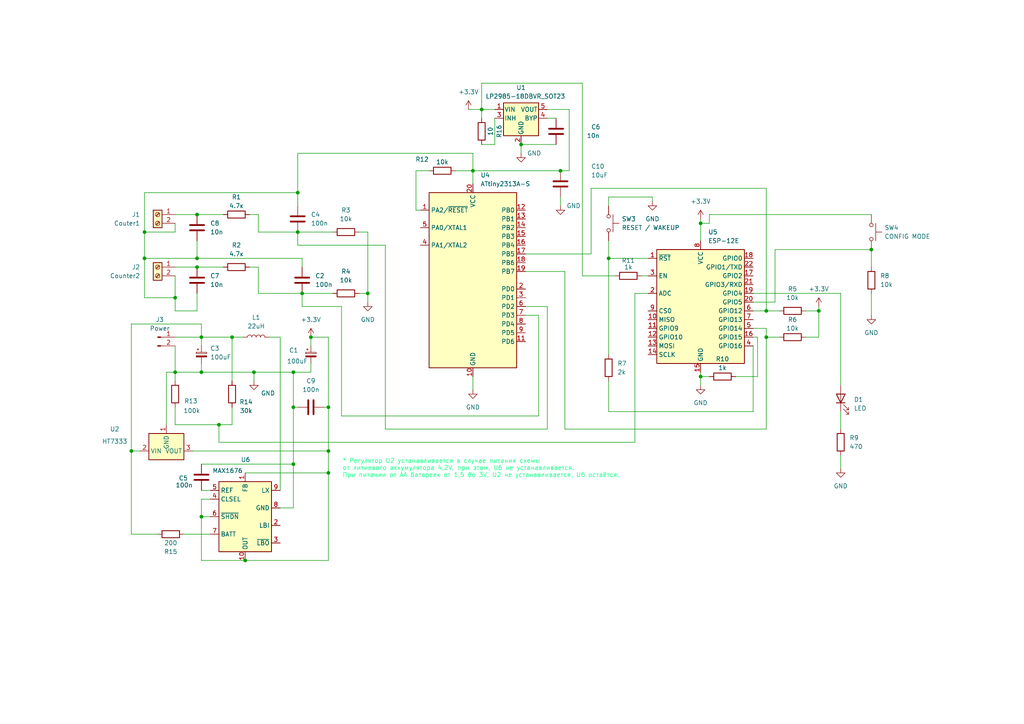
<source format=kicad_sch>
(kicad_sch (version 20231120) (generator "eeschema") (generator_version "8.0")
  (paper "A4")
  (title_block (title "Система учета расхода воды | Вторичная") (company "CYBEREX TECH"))
  (lib_symbols
    (symbol "Connector:Conn_01x02_Pin" (pin_names (offset 1.016) hide)
      (property "Reference" "J" (at 0 2.54 0))
      (property "Value" "Conn_01x02_Pin" (at 0 -5.08 0))
      (symbol "Conn_01x02_Pin_1_1"
        (polyline (pts (xy 1.27 -2.54) (xy 0.8636 -2.54)) (stroke (width 0.1524)))
        (polyline (pts (xy 1.27 0) (xy 0.8636 0)) (stroke (width 0.1524)))
        (rectangle (start 0.8636 -2.413) (end 0 -2.667) (stroke (width 0.1524)) (fill (type outline)))
        (rectangle (start 0.8636 0.127) (end 0 -0.127) (stroke (width 0.1524)) (fill (type outline)))
        (pin passive line (at 5.08 0 180) (length 3.81) (name "Pin_1") (number "1"))
        (pin passive line (at 5.08 -2.54 180) (length 3.81) (name "Pin_2") (number "2"))
      )
    )
    (symbol "Connector:Screw_Terminal_01x02" (pin_names (offset 1.016) hide)
      (property "Reference" "J" (at 0 2.54 0))
      (property "Value" "Screw_Terminal_01x02" (at 0 -5.08 0))
      (symbol "Screw_Terminal_01x02_1_1"
        (rectangle (start -1.27 1.27) (end 1.27 -3.81) (stroke (width 0.254)) (fill (type background)))
        (circle (center 0 -2.54) (radius 0.635) (stroke (width 0.1524)))
        (polyline (pts (xy -0.5334 -2.2098) (xy 0.3302 -3.048)) (stroke (width 0.1524)))
        (polyline (pts (xy -0.5334 0.3302) (xy 0.3302 -0.508)) (stroke (width 0.1524)))
        (polyline (pts (xy -0.3556 -2.032) (xy 0.508 -2.8702)) (stroke (width 0.1524)))
        (polyline (pts (xy -0.3556 0.508) (xy 0.508 -0.3302)) (stroke (width 0.1524)))
        (circle (center 0 0) (radius 0.635) (stroke (width 0.1524)))
        (pin passive line (at -5.08 0 0) (length 3.81) (name "Pin_1") (number "1"))
        (pin passive line (at -5.08 -2.54 0) (length 3.81) (name "Pin_2") (number "2"))
      )
    )
    (symbol "Device:C" (pin_numbers hide) (pin_names (offset 0.254))
      (property "Reference" "C" (at 0.635 2.54 0))
      (property "Value" "C" (at 0.635 -2.54 0))
      (symbol "C_0_1"
        (polyline (pts (xy -2.032 -0.762) (xy 2.032 -0.762)) (stroke (width 0.508)))
        (polyline (pts (xy -2.032 0.762) (xy 2.032 0.762)) (stroke (width 0.508)))
      )
      (symbol "C_1_1"
        (pin passive line (at 0 3.81 270) (length 2.794) (name "~") (number "1"))
        (pin passive line (at 0 -3.81 90) (length 2.794) (name "~") (number "2"))
      )
    )
    (symbol "Device:C_Polarized_Small" (pin_numbers hide) (pin_names (offset 0.254) hide)
      (property "Reference" "C" (at 0.254 1.778 0))
      (property "Value" "C_Polarized_Small" (at 0.254 -2.032 0))
      (symbol "C_Polarized_Small_0_1"
        (rectangle (start -1.524 -0.3048) (end 1.524 -0.6858) (fill (type outline)))
        (rectangle (start -1.524 0.6858) (end 1.524 0.3048))
        (polyline (pts (xy -1.27 1.524) (xy -0.762 1.524)))
        (polyline (pts (xy -1.016 1.27) (xy -1.016 1.778)))
      )
      (symbol "C_Polarized_Small_1_1"
        (pin passive line (at 0 2.54 270) (length 1.8542) (name "~") (number "1"))
        (pin passive line (at 0 -2.54 90) (length 1.8542) (name "~") (number "2"))
      )
    )
    (symbol "Device:L" (pin_numbers hide) (pin_names (offset 1.016) hide)
      (property "Reference" "L" (at -1.27 0 90))
      (property "Value" "L" (at 1.905 0 90))
      (symbol "L_0_1"
        (arc (start 0 -2.54) (mid 0.6323 -1.905) (end 0 -1.27))
        (arc (start 0 -1.27) (mid 0.6323 -0.635) (end 0 0))
        (arc (start 0 0) (mid 0.6323 0.635) (end 0 1.27))
        (arc (start 0 1.27) (mid 0.6323 1.905) (end 0 2.54))
      )
      (symbol "L_1_1"
        (pin passive line (at 0 3.81 270) (length 1.27) (name "1") (number "1"))
        (pin passive line (at 0 -3.81 90) (length 1.27) (name "2") (number "2"))
      )
    )
    (symbol "Device:LED" (pin_numbers hide) (pin_names (offset 1.016) hide)
      (property "Reference" "D" (at 0 2.54 0))
      (property "Value" "LED" (at 0 -2.54 0))
      (symbol "LED_0_1"
        (polyline (pts (xy -1.27 -1.27) (xy -1.27 1.27)) (stroke (width 0.254)))
        (polyline (pts (xy -1.27 0) (xy 1.27 0)))
        (polyline (pts (xy 1.27 -1.27) (xy 1.27 1.27) (xy -1.27 0) (xy 1.27 -1.27)) (stroke (width 0.254)))
        (polyline (pts (xy -3.048 -0.762) (xy -4.572 -2.286) (xy -3.81 -2.286) (xy -4.572 -2.286) (xy -4.572 -1.524)))
        (polyline (pts (xy -1.778 -0.762) (xy -3.302 -2.286) (xy -2.54 -2.286) (xy -3.302 -2.286) (xy -3.302 -1.524)))
      )
      (symbol "LED_1_1"
        (pin passive line (at -3.81 0 0) (length 2.54) (name "K") (number "1"))
        (pin passive line (at 3.81 0 180) (length 2.54) (name "A") (number "2"))
      )
    )
    (symbol "Device:R" (pin_numbers hide) (pin_names (offset 0))
      (property "Reference" "R" (at 2.032 0 90))
      (property "Value" "R" (at 0 0 90))
      (symbol "R_0_1"
        (rectangle (start -1.016 -2.54) (end 1.016 2.54) (stroke (width 0.254)))
      )
      (symbol "R_1_1"
        (pin passive line (at 0 3.81 270) (length 1.27) (name "~") (number "1"))
        (pin passive line (at 0 -3.81 90) (length 1.27) (name "~") (number "2"))
      )
    )
    (symbol "Interface_CurrentLoop:XTR111AxDGQ"
      (property "Reference" "U6" (at 2.1941 15.24 0))
      (property "Value" "MAX1676" (at 2.1941 12.7 0))
      (symbol "XTR111AxDGQ_0_1"
        (rectangle (start -7.62 10.16) (end 7.62 -10.16) (stroke (width 0.254)) (fill (type background)))
      )
      (symbol "XTR111AxDGQ_1_1"
        (pin power_in line (at 0 12.7 270) (length 2.54) (name "FB") (number "1"))
        (pin output line (at 0 -12.7 90) (length 2.54) (name "OUT") (number "10"))
        (pin passive line (at 0 -12.7 90) (length 2.54) hide (name "GND") (number "11"))
        (pin output line (at 10.16 -2.54 180) (length 2.54) (name "LBI") (number "2"))
        (pin output line (at 10.16 -7.62 180) (length 2.54) (name "~{LBO}") (number "3"))
        (pin input line (at -10.16 5.08 0) (length 2.54) (name "CLSEL") (number "4"))
        (pin output line (at -10.16 7.62 0) (length 2.54) (name "REF") (number "5"))
        (pin input line (at -10.16 0 0) (length 2.54) (name "~{SHDN}") (number "6"))
        (pin input line (at -10.16 -5.08 0) (length 2.54) (name "BATT") (number "7"))
        (pin power_in line (at 10.16 2.54 180) (length 2.54) (name "GND") (number "8"))
        (pin output line (at 10.16 7.62 180) (length 2.54) (name "LX") (number "9"))
      )
    )
    (symbol "MCU_Microchip_ATtiny:ATtiny2313A-S"
      (property "Reference" "U" (at -12.7 26.67 0))
      (property "Value" "ATtiny2313A-S" (at 2.54 -26.67 0))
      (symbol "ATtiny2313A-S_0_1"
        (rectangle (start -12.7 -25.4) (end 12.7 25.4) (stroke (width 0.254)) (fill (type background)))
      )
      (symbol "ATtiny2313A-S_1_1"
        (pin bidirectional line (at -15.24 20.32 0) (length 2.54) (name "PA2/~{RESET}") (number "1"))
        (pin power_in line (at 0 -27.94 90) (length 2.54) (name "GND") (number "10"))
        (pin bidirectional line (at 15.24 -17.78 180) (length 2.54) (name "PD6") (number "11"))
        (pin bidirectional line (at 15.24 20.32 180) (length 2.54) (name "PB0") (number "12"))
        (pin bidirectional line (at 15.24 17.78 180) (length 2.54) (name "PB1") (number "13"))
        (pin bidirectional line (at 15.24 15.24 180) (length 2.54) (name "PB2") (number "14"))
        (pin bidirectional line (at 15.24 12.7 180) (length 2.54) (name "PB3") (number "15"))
        (pin bidirectional line (at 15.24 10.16 180) (length 2.54) (name "PB4") (number "16"))
        (pin bidirectional line (at 15.24 7.62 180) (length 2.54) (name "PB5") (number "17"))
        (pin bidirectional line (at 15.24 5.08 180) (length 2.54) (name "PB6") (number "18"))
        (pin bidirectional line (at 15.24 2.54 180) (length 2.54) (name "PB7") (number "19"))
        (pin bidirectional line (at 15.24 -2.54 180) (length 2.54) (name "PD0") (number "2"))
        (pin power_in line (at 0 27.94 270) (length 2.54) (name "VCC") (number "20"))
        (pin bidirectional line (at 15.24 -5.08 180) (length 2.54) (name "PD1") (number "3"))
        (pin bidirectional line (at -15.24 10.16 0) (length 2.54) (name "PA1/XTAL2") (number "4"))
        (pin bidirectional line (at -15.24 15.24 0) (length 2.54) (name "PA0/XTAL1") (number "5"))
        (pin bidirectional line (at 15.24 -7.62 180) (length 2.54) (name "PD2") (number "6"))
        (pin bidirectional line (at 15.24 -10.16 180) (length 2.54) (name "PD3") (number "7"))
        (pin bidirectional line (at 15.24 -12.7 180) (length 2.54) (name "PD4") (number "8"))
        (pin bidirectional line (at 15.24 -15.24 180) (length 2.54) (name "PD5") (number "9"))
      )
    )
    (symbol "RF_Module:ESP-12E"
      (property "Reference" "U" (at -12.7 19.05 0))
      (property "Value" "ESP-12E" (at 12.7 19.05 0))
      (symbol "ESP-12E_0_1"
        (rectangle (start -12.7 17.78) (end 12.7 -15.24) (stroke (width 0.254)) (fill (type background)))
      )
      (symbol "ESP-12E_1_1"
        (pin input line (at -15.24 15.24 0) (length 2.54) (name "~{RST}") (number "1"))
        (pin bidirectional line (at -15.24 -2.54 0) (length 2.54) (name "MISO") (number "10"))
        (pin bidirectional line (at -15.24 -5.08 0) (length 2.54) (name "GPIO9") (number "11"))
        (pin bidirectional line (at -15.24 -7.62 0) (length 2.54) (name "GPIO10") (number "12"))
        (pin bidirectional line (at -15.24 -10.16 0) (length 2.54) (name "MOSI") (number "13"))
        (pin bidirectional line (at -15.24 -12.7 0) (length 2.54) (name "SCLK") (number "14"))
        (pin power_in line (at 0 -17.78 90) (length 2.54) (name "GND") (number "15"))
        (pin bidirectional line (at 15.24 -7.62 180) (length 2.54) (name "GPIO15") (number "16"))
        (pin bidirectional line (at 15.24 10.16 180) (length 2.54) (name "GPIO2") (number "17"))
        (pin bidirectional line (at 15.24 15.24 180) (length 2.54) (name "GPIO0") (number "18"))
        (pin bidirectional line (at 15.24 5.08 180) (length 2.54) (name "GPIO4") (number "19"))
        (pin input line (at -15.24 5.08 0) (length 2.54) (name "ADC") (number "2"))
        (pin bidirectional line (at 15.24 2.54 180) (length 2.54) (name "GPIO5") (number "20"))
        (pin bidirectional line (at 15.24 7.62 180) (length 2.54) (name "GPIO3/RXD") (number "21"))
        (pin bidirectional line (at 15.24 12.7 180) (length 2.54) (name "GPIO1/TXD") (number "22"))
        (pin input line (at -15.24 10.16 0) (length 2.54) (name "EN") (number "3"))
        (pin bidirectional line (at 15.24 -10.16 180) (length 2.54) (name "GPIO16") (number "4"))
        (pin bidirectional line (at 15.24 -5.08 180) (length 2.54) (name "GPIO14") (number "5"))
        (pin bidirectional line (at 15.24 0 180) (length 2.54) (name "GPIO12") (number "6"))
        (pin bidirectional line (at 15.24 -2.54 180) (length 2.54) (name "GPIO13") (number "7"))
        (pin power_in line (at 0 20.32 270) (length 2.54) (name "VCC") (number "8"))
        (pin input line (at -15.24 0 0) (length 2.54) (name "CS0") (number "9"))
      )
    )
    (symbol "Regulator_Linear:HT75xx-1-SOT89"
      (property "Reference" "U" (at -5.08 -3.81 0))
      (property "Value" "HT75xx-1-SOT89" (at 0 6.35 0))
      (symbol "HT75xx-1-SOT89_0_1"
        (rectangle (start -5.08 5.08) (end 5.08 -2.54) (stroke (width 0.254)) (fill (type background)))
      )
      (symbol "HT75xx-1-SOT89_1_1"
        (pin power_in line (at 0 -5.08 90) (length 2.54) (name "GND") (number "1"))
        (pin power_in line (at -7.62 2.54 0) (length 2.54) (name "VIN") (number "2"))
        (pin power_out line (at 7.62 2.54 180) (length 2.54) (name "VOUT") (number "3"))
      )
    )
    (symbol "Regulator_Linear:LD3985M18R_SOT23" (pin_names (offset 0.254))
      (property "Reference" "U" (at -3.81 5.715 0))
      (property "Value" "LD3985M18R_SOT23" (at 0 5.715 0))
      (symbol "LD3985M18R_SOT23_0_1"
        (rectangle (start -5.08 4.445) (end 5.08 -5.08) (stroke (width 0.254)) (fill (type background)))
      )
      (symbol "LD3985M18R_SOT23_1_1"
        (pin power_in line (at -7.62 2.54 0) (length 2.54) (name "VIN") (number "1"))
        (pin power_in line (at 0 -7.62 90) (length 2.54) (name "GND") (number "2"))
        (pin input line (at -7.62 0 0) (length 2.54) (name "INH") (number "3"))
        (pin input line (at 7.62 0 180) (length 2.54) (name "BYP") (number "4"))
        (pin power_out line (at 7.62 2.54 180) (length 2.54) (name "VOUT") (number "5"))
      )
    )
    (symbol "Switch:SW_Push" (pin_numbers hide) (pin_names (offset 1.016) hide)
      (property "Reference" "SW" (at 1.27 2.54 0))
      (property "Value" "SW_Push" (at 0 -1.524 0))
      (symbol "SW_Push_0_1"
        (circle (center -2.032 0) (radius 0.508))
        (polyline (pts (xy 0 1.27) (xy 0 3.048)))
        (polyline (pts (xy 2.54 1.27) (xy -2.54 1.27)))
        (circle (center 2.032 0) (radius 0.508))
        (pin passive line (at -5.08 0 0) (length 2.54) (name "1") (number "1"))
        (pin passive line (at 5.08 0 180) (length 2.54) (name "2") (number "2"))
      )
    )
    (symbol "power:+3.3V" (power) (pin_names (offset 0))
      (property "Value" "+3.3V" (at 0 3.556 0))
      (symbol "+3.3V_0_1"
        (polyline (pts (xy -0.762 1.27) (xy 0 2.54)))
        (polyline (pts (xy 0 0) (xy 0 2.54)))
        (polyline (pts (xy 0 2.54) (xy 0.762 1.27)))
      )
      (symbol "+3.3V_1_1"
        (pin power_in line (at 0 0 90) (length 0) hide (name "+3.3V") (number "1"))
      )
    )
    (symbol "power:GND" (power) (pin_names (offset 0))
      (property "Value" "GND" (at 0 -3.81 0))
      (symbol "GND_0_1"
        (polyline (pts (xy 0 0) (xy 0 -1.27) (xy 1.27 -1.27) (xy 0 -2.54) (xy -1.27 -1.27) (xy 0 -1.27)))
      )
      (symbol "GND_1_1"
        (pin power_in line (at 0 0 270) (length 0) hide (name "GND") (number "1"))
      )
    )
  )
  (junction (at 86.36 67.31))
  (junction (at 85.09 134.62))
  (junction (at 203.2 109.22))
  (junction (at 63.5 123.19))
  (junction (at 57.15 74.93))
  (junction (at 95.25 118.11))
  (junction (at 67.31 97.79))
  (junction (at 90.17 97.79))
  (junction (at 137.16 49.53))
  (junction (at 176.53 74.93))
  (junction (at 57.15 77.47))
  (junction (at 106.68 85.09))
  (junction (at 87.63 85.09))
  (junction (at 41.91 74.93))
  (junction (at 222.25 97.79))
  (junction (at 237.49 90.17))
  (junction (at 222.25 90.17))
  (junction (at 71.12 162.56))
  (junction (at 95.25 137.16))
  (junction (at 162.56 49.53))
  (junction (at 38.1 130.81))
  (junction (at 252.73 72.39))
  (junction (at 86.36 55.88))
  (junction (at 151.13 41.91))
  (junction (at 50.8 86.36))
  (junction (at 95.25 130.81))
  (junction (at 139.7 31.75))
  (junction (at 58.42 97.79))
  (junction (at 73.66 107.95))
  (junction (at 85.09 118.11))
  (junction (at 85.09 107.95))
  (junction (at 58.42 107.95))
  (junction (at 203.2 64.77))
  (junction (at 50.8 107.95))
  (junction (at 57.15 62.23))
  (junction (at 41.91 67.31))
  (junction (at 58.42 149.86))
  (wire (pts (xy 152.4 88.9) (xy 158.75 88.9)))
  (wire (pts (xy 139.7 24.13) (xy 139.7 31.75)))
  (wire (pts (xy 41.91 67.31) (xy 41.91 55.88)))
  (wire (pts (xy 57.15 77.47) (xy 64.77 77.47)))
  (wire (pts (xy 252.73 72.39) (xy 252.73 77.47)))
  (wire (pts (xy 57.15 62.23) (xy 64.77 62.23)))
  (wire (pts (xy 48.26 107.95) (xy 50.8 107.95)))
  (wire (pts (xy 218.44 119.38) (xy 176.53 119.38)))
  (wire (pts (xy 156.21 91.44) (xy 156.21 120.65)))
  (wire (pts (xy 218.44 100.33) (xy 218.44 119.38)))
  (wire (pts (xy 168.91 24.13) (xy 168.91 80.01)))
  (wire (pts (xy 176.53 119.38) (xy 176.53 110.49)))
  (wire (pts (xy 78.105 97.79) (xy 81.28 97.79)))
  (wire (pts (xy 50.8 123.19) (xy 63.5 123.19)))
  (wire (pts (xy 176.53 57.15) (xy 189.23 57.15)))
  (wire (pts (xy 203.2 64.77) (xy 203.2 69.85)))
  (wire (pts (xy 86.36 44.45) (xy 86.36 55.88)))
  (wire (pts (xy 243.84 85.09) (xy 243.84 111.76)))
  (wire (pts (xy 120.65 60.96) (xy 121.92 60.96)))
  (wire (pts (xy 58.42 105.41) (xy 58.42 107.95)))
  (wire (pts (xy 63.5 123.19) (xy 63.5 128.27)))
  (wire (pts (xy 143.51 41.91) (xy 143.51 34.29)))
  (wire (pts (xy 58.42 149.86) (xy 58.42 162.56)))
  (wire (pts (xy 50.8 118.11) (xy 50.8 123.19)))
  (wire (pts (xy 158.75 88.9) (xy 158.75 124.46)))
  (wire (pts (xy 50.8 77.47) (xy 57.15 77.47)))
  (wire (pts (xy 137.16 44.45) (xy 86.36 44.45)))
  (wire (pts (xy 41.91 74.93) (xy 41.91 67.31)))
  (wire (pts (xy 55.88 130.81) (xy 95.25 130.81)))
  (wire (pts (xy 203.2 109.22) (xy 205.74 109.22)))
  (wire (pts (xy 120.65 49.53) (xy 120.65 60.96)))
  (wire (pts (xy 233.68 97.79) (xy 237.49 97.79)))
  (wire (pts (xy 95.25 130.81) (xy 95.25 137.16)))
  (wire (pts (xy 205.74 64.77) (xy 203.2 64.77)))
  (wire (pts (xy 50.8 90.17) (xy 57.15 90.17)))
  (wire (pts (xy 50.8 80.01) (xy 50.8 86.36)))
  (wire (pts (xy 222.25 97.79) (xy 222.25 95.25)))
  (wire (pts (xy 135.89 31.75) (xy 139.7 31.75)))
  (wire (pts (xy 168.91 24.13) (xy 139.7 24.13)))
  (wire (pts (xy 222.25 90.17) (xy 218.44 90.17)))
  (wire (pts (xy 50.8 62.23) (xy 57.15 62.23)))
  (wire (pts (xy 158.75 34.29) (xy 161.29 34.29)))
  (wire (pts (xy 38.1 93.98) (xy 58.42 93.98)))
  (wire (pts (xy 137.16 109.22) (xy 137.16 113.03)))
  (wire (pts (xy 203.2 63.5) (xy 203.2 64.77)))
  (wire (pts (xy 205.74 62.23) (xy 252.73 62.23)))
  (wire (pts (xy 50.8 100.33) (xy 50.8 107.95)))
  (wire (pts (xy 132.08 49.53) (xy 137.16 49.53)))
  (wire (pts (xy 58.42 162.56) (xy 71.12 162.56)))
  (wire (pts (xy 205.74 62.23) (xy 205.74 64.77)))
  (wire (pts (xy 99.06 120.65) (xy 99.06 88.9)))
  (wire (pts (xy 58.42 97.79) (xy 67.31 97.79)))
  (wire (pts (xy 90.17 97.79) (xy 90.17 100.33)))
  (wire (pts (xy 213.36 109.22) (xy 219.71 109.22)))
  (wire (pts (xy 58.42 97.79) (xy 58.42 100.33)))
  (wire (pts (xy 152.4 91.44) (xy 156.21 91.44)))
  (wire (pts (xy 41.91 86.36) (xy 41.91 74.93)))
  (wire (pts (xy 189.23 57.15) (xy 189.23 58.42)))
  (wire (pts (xy 156.21 120.65) (xy 99.06 120.65)))
  (wire (pts (xy 176.53 74.93) (xy 176.53 102.87)))
  (wire (pts (xy 72.39 77.47) (xy 74.93 77.47)))
  (wire (pts (xy 50.8 107.95) (xy 50.8 110.49)))
  (wire (pts (xy 38.1 130.81) (xy 40.64 130.81)))
  (wire (pts (xy 184.15 128.27) (xy 184.15 85.09)))
  (wire (pts (xy 93.98 118.11) (xy 95.25 118.11)))
  (wire (pts (xy 222.25 97.79) (xy 226.06 97.79)))
  (wire (pts (xy 162.56 49.53) (xy 137.16 49.53)))
  (wire (pts (xy 106.68 85.09) (xy 106.68 87.63)))
  (wire (pts (xy 165.1 49.53) (xy 162.56 49.53)))
  (wire (pts (xy 139.7 41.91) (xy 143.51 41.91)))
  (wire (pts (xy 57.15 85.09) (xy 57.15 90.17)))
  (wire (pts (xy 57.15 69.85) (xy 57.15 74.93)))
  (wire (pts (xy 58.42 142.24) (xy 60.96 142.24)))
  (wire (pts (xy 163.83 78.74) (xy 163.83 124.46)))
  (wire (pts (xy 45.72 154.94) (xy 38.1 154.94)))
  (wire (pts (xy 67.31 123.19) (xy 63.5 123.19)))
  (wire (pts (xy 252.73 85.09) (xy 252.73 91.44)))
  (wire (pts (xy 85.09 118.11) (xy 86.36 118.11)))
  (wire (pts (xy 38.1 154.94) (xy 38.1 130.81)))
  (wire (pts (xy 187.96 74.93) (xy 176.53 74.93)))
  (wire (pts (xy 74.93 67.31) (xy 74.93 62.23)))
  (wire (pts (xy 99.06 88.9) (xy 87.63 88.9)))
  (wire (pts (xy 86.36 55.88) (xy 86.36 59.69)))
  (wire (pts (xy 57.15 74.93) (xy 87.63 74.93)))
  (wire (pts (xy 203.2 107.95) (xy 203.2 109.22)))
  (wire (pts (xy 224.79 87.63) (xy 224.79 72.39)))
  (wire (pts (xy 243.84 119.38) (xy 243.84 124.46)))
  (wire (pts (xy 50.8 97.79) (xy 58.42 97.79)))
  (wire (pts (xy 237.49 88.9) (xy 237.49 90.17)))
  (wire (pts (xy 50.8 107.95) (xy 58.42 107.95)))
  (wire (pts (xy 139.7 31.75) (xy 143.51 31.75)))
  (wire (pts (xy 85.09 118.11) (xy 85.09 134.62)))
  (wire (pts (xy 222.25 95.25) (xy 218.44 95.25)))
  (wire (pts (xy 124.46 49.53) (xy 120.65 49.53)))
  (wire (pts (xy 72.39 62.23) (xy 74.93 62.23)))
  (wire (pts (xy 176.53 59.69) (xy 176.53 57.15)))
  (wire (pts (xy 218.44 85.09) (xy 243.84 85.09)))
  (wire (pts (xy 67.31 97.79) (xy 70.485 97.79)))
  (wire (pts (xy 58.42 134.62) (xy 85.09 134.62)))
  (wire (pts (xy 233.68 90.17) (xy 237.49 90.17)))
  (wire (pts (xy 95.25 97.79) (xy 95.25 118.11)))
  (wire (pts (xy 95.25 118.11) (xy 95.25 130.81)))
  (wire (pts (xy 86.36 71.12) (xy 86.36 67.31)))
  (wire (pts (xy 222.25 90.17) (xy 226.06 90.17)))
  (wire (pts (xy 81.28 97.79) (xy 81.28 142.24)))
  (wire (pts (xy 151.13 41.91) (xy 151.13 44.45)))
  (wire (pts (xy 87.63 88.9) (xy 87.63 85.09)))
  (wire (pts (xy 163.83 78.74) (xy 152.4 78.74)))
  (wire (pts (xy 67.31 97.79) (xy 67.31 110.49)))
  (wire (pts (xy 152.4 73.66) (xy 171.45 73.66)))
  (wire (pts (xy 60.96 144.78) (xy 58.42 144.78)))
  (wire (pts (xy 87.63 74.93) (xy 87.63 77.47)))
  (wire (pts (xy 218.44 87.63) (xy 224.79 87.63)))
  (wire (pts (xy 106.68 67.31) (xy 106.68 85.09)))
  (wire (pts (xy 50.8 67.31) (xy 50.8 64.77)))
  (wire (pts (xy 165.1 31.75) (xy 165.1 49.53)))
  (wire (pts (xy 58.42 144.78) (xy 58.42 149.86)))
  (wire (pts (xy 137.16 49.53) (xy 137.16 44.45)))
  (wire (pts (xy 222.25 124.46) (xy 222.25 97.79)))
  (wire (pts (xy 63.5 128.27) (xy 184.15 128.27)))
  (wire (pts (xy 58.42 93.98) (xy 58.42 97.79)))
  (wire (pts (xy 243.84 132.08) (xy 243.84 135.89)))
  (wire (pts (xy 53.34 154.94) (xy 60.96 154.94)))
  (wire (pts (xy 222.25 54.61) (xy 222.25 90.17)))
  (wire (pts (xy 111.76 124.46) (xy 111.76 71.12)))
  (wire (pts (xy 85.09 107.95) (xy 73.66 107.95)))
  (wire (pts (xy 90.17 97.79) (xy 95.25 97.79)))
  (wire (pts (xy 50.8 86.36) (xy 41.91 86.36)))
  (wire (pts (xy 237.49 97.79) (xy 237.49 90.17)))
  (wire (pts (xy 104.14 85.09) (xy 106.68 85.09)))
  (wire (pts (xy 151.13 41.91) (xy 161.29 41.91)))
  (wire (pts (xy 184.15 85.09) (xy 187.96 85.09)))
  (wire (pts (xy 85.09 134.62) (xy 85.09 147.32)))
  (wire (pts (xy 41.91 55.88) (xy 86.36 55.88)))
  (wire (pts (xy 176.53 69.85) (xy 176.53 74.93)))
  (wire (pts (xy 137.16 49.53) (xy 137.16 53.34)))
  (wire (pts (xy 60.96 149.86) (xy 58.42 149.86)))
  (wire (pts (xy 95.25 162.56) (xy 71.12 162.56)))
  (wire (pts (xy 74.93 67.31) (xy 86.36 67.31)))
  (wire (pts (xy 158.75 124.46) (xy 111.76 124.46)))
  (wire (pts (xy 171.45 54.61) (xy 222.25 54.61)))
  (wire (pts (xy 71.12 137.16) (xy 95.25 137.16)))
  (wire (pts (xy 224.79 72.39) (xy 252.73 72.39)))
  (wire (pts (xy 203.2 109.22) (xy 203.2 111.76)))
  (wire (pts (xy 41.91 67.31) (xy 50.8 67.31)))
  (wire (pts (xy 81.28 147.32) (xy 85.09 147.32)))
  (wire (pts (xy 41.91 74.93) (xy 57.15 74.93)))
  (wire (pts (xy 87.63 85.09) (xy 96.52 85.09)))
  (wire (pts (xy 168.91 80.01) (xy 178.435 80.01)))
  (wire (pts (xy 50.8 86.36) (xy 50.8 90.17)))
  (wire (pts (xy 111.76 71.12) (xy 86.36 71.12)))
  (wire (pts (xy 162.56 57.15) (xy 162.56 59.69)))
  (wire (pts (xy 74.93 85.09) (xy 87.63 85.09)))
  (wire (pts (xy 58.42 107.95) (xy 73.66 107.95)))
  (wire (pts (xy 219.71 109.22) (xy 219.71 97.79)))
  (wire (pts (xy 74.93 77.47) (xy 74.93 85.09)))
  (wire (pts (xy 95.25 137.16) (xy 95.25 162.56)))
  (wire (pts (xy 139.7 31.75) (xy 139.7 34.29)))
  (wire (pts (xy 86.36 67.31) (xy 96.52 67.31)))
  (wire (pts (xy 90.17 105.41) (xy 90.17 107.95)))
  (wire (pts (xy 85.09 107.95) (xy 85.09 118.11)))
  (wire (pts (xy 73.66 107.95) (xy 73.66 110.49)))
  (wire (pts (xy 38.1 130.81) (xy 38.1 93.98)))
  (wire (pts (xy 85.09 107.95) (xy 90.17 107.95)))
  (wire (pts (xy 104.14 67.31) (xy 106.68 67.31)))
  (wire (pts (xy 186.055 80.01) (xy 187.96 80.01)))
  (wire (pts (xy 48.26 123.19) (xy 48.26 107.95)))
  (wire (pts (xy 67.31 123.19) (xy 67.31 118.11)))
  (wire (pts (xy 219.71 97.79) (xy 218.44 97.79)))
  (wire (pts (xy 158.75 31.75) (xy 165.1 31.75)))
  (wire (pts (xy 171.45 73.66) (xy 171.45 54.61)))
  (wire (pts (xy 163.83 124.46) (xy 222.25 124.46)))
  (text "* Регулятор U2 устанавливается в случае питания схемы\nот литиевого аккумулятора 4,2V, при этом, U6 не устанавливается. \nПри питании от AA батареек от 1,5 до 3V, U2 не устанавливается, U6 остаётся.\n" (at 99.314 135.89 0) (effects (font (size 1.27 1.27)) (justify left)))
  (symbol (lib_id "Device:R") (at 68.58 77.47 270) (unit 1)
    (property "Reference" "R2" (at 68.58 71.12 90))
    (property "Value" "4.7к" (at 68.58 73.66 90))
    (property "Footprint" "Resistor_SMD:R_0805_2012Metric" (effects (hide yes)))
  )
  (symbol (lib_id "power:GND") (at 106.68 87.63 0) (unit 1)
    (property "Reference" "#PWR04" (effects (hide yes)))
    (property "Value" "GND" (at 106.68 92.71 0))
  )
  (symbol (lib_id "Device:C") (at 161.29 38.1 0) (unit 1)
    (property "Reference" "C6" (at 171.45 36.83 0) (effects (justify left)))
    (property "Value" "10n" (at 170.18 39.37 0) (effects (justify left)))
    (property "Footprint" "Capacitor_SMD:C_1206_3216Metric" (effects (hide yes)))
  )
  (symbol (lib_id "Device:R") (at 182.245 80.01 270) (unit 1)
    (property "Reference" "R11" (at 182.245 75.565 90))
    (property "Value" "1k" (at 182.245 77.47 90))
    (property "Footprint" "Resistor_SMD:R_0805_2012Metric" (effects (hide yes)))
  )
  (symbol (lib_id "Device:R") (at 209.55 109.22 270) (unit 1)
    (property "Reference" "R10" (at 209.55 104.14 90))
    (property "Value" "1k" (at 209.55 106.68 90))
    (property "Footprint" "Resistor_SMD:R_0805_2012Metric" (effects (hide yes)))
  )
  (symbol (lib_id "Device:R") (at 100.33 85.09 90) (unit 1)
    (property "Reference" "R4" (at 100.33 78.74 90))
    (property "Value" "10k" (at 100.33 81.28 90))
    (property "Footprint" "Resistor_SMD:R_0805_2012Metric" (effects (hide yes)))
  )
  (symbol (lib_id "power:GND") (at 73.66 110.49 0) (unit 1)
    (property "Reference" "#PWR01" (effects (hide yes)))
    (property "Value" "GND" (at 77.724 114.046 0))
  )
  (symbol (lib_id "power:GND") (at 189.23 58.42 0) (unit 1)
    (property "Reference" "#PWR012" (effects (hide yes)))
    (property "Value" "GND" (at 189.23 63.5 0))
  )
  (symbol (lib_id "Connector:Screw_Terminal_01x02") (at 45.72 62.23 0) (mirror y) (unit 1)
    (property "Reference" "J1" (at 40.64 62.23 0) (effects (justify left)))
    (property "Value" "Couter1" (at 40.64 64.77 0) (effects (justify left)))
    (property "Footprint" "TerminalBlock_MetzConnect:TerminalBlock_MetzConnect_Type101_RT01602HBWC_1x02_P5.08mm_Horizontal" (effects (hide yes)))
  )
  (symbol (lib_id "Device:C_Polarized_Small") (at 90.17 102.87 0) (unit 1)
    (property "Reference" "C1" (at 83.82 101.6 0) (effects (justify left)))
    (property "Value" "100uF" (at 83.185 104.775 0) (effects (justify left)))
    (property "Footprint" "Capacitor_SMD:CP_Elec_6.3x5.8" (effects (hide yes)))
  )
  (symbol (lib_id "Device:R") (at 49.53 154.94 90) (unit 1)
    (property "Reference" "R15" (at 49.53 160.02 90))
    (property "Value" "200" (at 49.53 157.48 90))
    (property "Footprint" "Resistor_SMD:R_0805_2012Metric" (effects (hide yes)))
  )
  (symbol (lib_id "Device:R") (at 128.27 49.53 270) (unit 1)
    (property "Reference" "R12" (at 122.428 46.228 90))
    (property "Value" "10k" (at 128.27 46.99 90))
    (property "Footprint" "Resistor_SMD:R_0805_2012Metric" (effects (hide yes)))
  )
  (symbol (lib_id "power:+3.3V") (at 135.89 31.75 0) (unit 1)
    (property "Reference" "#PWR05" (effects (hide yes)))
    (property "Value" "+3.3V" (at 135.89 26.67 0))
  )
  (symbol (lib_id "MCU_Microchip_ATtiny:ATtiny2313A-S") (at 137.16 81.28 0) (unit 1)
    (property "Reference" "U4" (at 139.3541 50.8 0) (effects (justify left)))
    (property "Value" "ATtiny2313A-S" (at 139.3541 53.34 0) (effects (justify left)))
    (property "Footprint" "Package_SO:SOIC-20W_7.5x12.8mm_P1.27mm" (effects (hide yes)))
    (property "Datasheet" "http://ww1.microchip.com/downloads/en/DeviceDoc/doc8246.pdf" (effects (hide yes)))
  )
  (symbol (lib_id "Device:R") (at 67.31 114.3 180) (unit 1)
    (property "Reference" "R14" (at 71.374 116.586 0))
    (property "Value" "30k" (at 71.374 119.126 0))
    (property "Footprint" "Resistor_SMD:R_0805_2012Metric" (effects (hide yes)))
  )
  (symbol (lib_id "Device:C") (at 90.17 118.11 270) (unit 1)
    (property "Reference" "C9" (at 90.17 110.49 90))
    (property "Value" "100n" (at 90.17 113.03 90))
    (property "Footprint" "Capacitor_SMD:C_1206_3216Metric" (effects (hide yes)))
  )
  (symbol (lib_id "Device:C_Polarized_Small") (at 58.42 102.87 0) (unit 1)
    (property "Reference" "C3" (at 60.96 101.0539 0) (effects (justify left)))
    (property "Value" "100uF" (at 60.96 103.5939 0) (effects (justify left)))
    (property "Footprint" "Capacitor_SMD:CP_Elec_6.3x5.8" (effects (hide yes)))
  )
  (symbol (lib_id "power:GND") (at 203.2 111.76 0) (unit 1)
    (property "Reference" "#PWR08" (effects (hide yes)))
    (property "Value" "GND" (at 203.2 116.84 0))
  )
  (symbol (lib_id "power:+3.3V") (at 237.49 88.9 0) (unit 1)
    (property "Reference" "#PWR09" (effects (hide yes)))
    (property "Value" "+3.3V" (at 237.49 83.82 0))
  )
  (symbol (lib_id "Device:R") (at 68.58 62.23 270) (unit 1)
    (property "Reference" "R1" (at 68.58 57.15 90))
    (property "Value" "4.7к" (at 68.58 59.69 90))
    (property "Footprint" "Resistor_SMD:R_0805_2012Metric" (effects (hide yes)))
  )
  (symbol (lib_id "Device:R") (at 100.33 67.31 90) (unit 1)
    (property "Reference" "R3" (at 100.33 60.96 90))
    (property "Value" "10k" (at 100.33 63.5 90))
    (property "Footprint" "Resistor_SMD:R_0805_2012Metric" (effects (hide yes)))
  )
  (symbol (lib_id "Device:R") (at 50.8 114.3 180) (unit 1)
    (property "Reference" "R13" (at 55.372 116.332 0))
    (property "Value" "100k" (at 55.626 119.126 0))
    (property "Footprint" "Resistor_SMD:R_0805_2012Metric" (effects (hide yes)))
  )
  (symbol (lib_id "Device:R") (at 229.87 90.17 270) (unit 1)
    (property "Reference" "R5" (at 229.87 83.82 90))
    (property "Value" "10k" (at 229.87 86.36 90))
    (property "Footprint" "Resistor_SMD:R_0805_2012Metric" (effects (hide yes)))
  )
  (symbol (lib_id "power:GND") (at 252.73 91.44 0) (unit 1)
    (property "Reference" "#PWR010" (effects (hide yes)))
    (property "Value" "GND" (at 252.73 96.52 0))
  )
  (symbol (lib_id "Device:C") (at 58.42 138.43 0) (unit 1)
    (property "Reference" "C5" (at 51.816 138.684 0) (effects (justify left)))
    (property "Value" "100n" (at 50.927 140.716 0) (effects (justify left)))
    (property "Footprint" "Capacitor_SMD:C_1206_3216Metric" (effects (hide yes)))
  )
  (symbol (lib_id "power:GND") (at 151.13 44.45 0) (unit 1)
    (property "Reference" "#PWR02" (effects (hide yes)))
    (property "Value" "GND" (at 154.94 44.45 0))
  )
  (symbol (lib_id "Device:C") (at 57.15 81.28 0) (unit 1)
    (property "Reference" "C7" (at 60.96 80.0099 0) (effects (justify left)))
    (property "Value" "10n" (at 60.96 82.5499 0) (effects (justify left)))
    (property "Footprint" "Capacitor_SMD:C_1206_3216Metric" (effects (hide yes)))
  )
  (symbol (lib_id "Regulator_Linear:HT75xx-1-SOT89") (at 48.26 128.27 0) (mirror x) (unit 1)
    (property "Reference" "U2" (at 33.274 124.46 0))
    (property "Value" "HT7333" (at 33.274 128.016 0))
    (property "Footprint" "Package_TO_SOT_SMD:SOT-23" (effects (hide yes)))
    (property "Datasheet" "https://www.holtek.com/documents/10179/116711/HT75xx-1v250.pdf" (effects (hide yes)))
  )
  (symbol (lib_id "Interface_CurrentLoop:XTR111AxDGQ") (at 71.12 149.86 0) (unit 1)
    (property "Reference" "U6" (at 69.85 133.35 0) (effects (justify left)))
    (property "Value" "MAX1676" (at 61.595 136.525 0) (effects (justify left)))
    (property "Footprint" "Package_SO:MSOP-10-1EP_3x3mm_P0.5mm_EP2.2x3.1mm_Mask1.83x1.89mm_ThermalVias" (effects (hide yes)))
    (property "Datasheet" "https://www.ti.com/lit/ds/symlink/xtr111.pdf" (effects (hide yes)))
  )
  (symbol (lib_id "power:GND") (at 162.56 59.69 0) (unit 1)
    (property "Reference" "#PWR03" (effects (hide yes)))
    (property "Value" "GND" (at 166.37 59.69 0))
  )
  (symbol (lib_id "Device:R") (at 252.73 81.28 0) (unit 1)
    (property "Reference" "R8" (at 255.27 80.01 0) (effects (justify left)))
    (property "Value" "10k" (at 255.27 82.55 0) (effects (justify left)))
    (property "Footprint" "Resistor_SMD:R_0805_2012Metric" (effects (hide yes)))
  )
  (symbol (lib_id "Device:R") (at 139.7 38.1 180) (unit 1)
    (property "Reference" "R16" (at 144.78 38.1 90))
    (property "Value" "10" (at 142.24 38.1 90))
    (property "Footprint" "Resistor_SMD:R_0805_2012Metric" (effects (hide yes)))
  )
  (symbol (lib_id "Device:C") (at 87.63 81.28 0) (unit 1)
    (property "Reference" "C2" (at 91.44 80.01 0) (effects (justify left)))
    (property "Value" "100n" (at 91.44 82.55 0) (effects (justify left)))
    (property "Footprint" "Capacitor_SMD:C_1206_3216Metric" (effects (hide yes)))
  )
  (symbol (lib_id "power:GND") (at 137.16 113.03 0) (unit 1)
    (property "Reference" "#PWR07" (effects (hide yes)))
    (property "Value" "GND" (at 137.16 118.11 0))
  )
  (symbol (lib_id "RF_Module:ESP-12E") (at 203.2 90.17 0) (unit 1)
    (property "Reference" "U5" (at 205.3941 67.31 0) (effects (justify left)))
    (property "Value" "ESP-12E" (at 205.3941 69.85 0) (effects (justify left)))
    (property "Footprint" "RF_Module:ESP-12E" (effects (hide yes)))
    (property "Datasheet" "http://wiki.ai-thinker.com/_media/esp8266/esp8266_series_modules_user_manual_v1.1.pdf" (effects (hide yes)))
  )
  (symbol (lib_id "Connector:Screw_Terminal_01x02") (at 45.72 77.47 0) (mirror y) (unit 1)
    (property "Reference" "J2" (at 40.64 77.47 0) (effects (justify left)))
    (property "Value" "Counter2" (at 40.64 80.01 0) (effects (justify left)))
    (property "Footprint" "TerminalBlock_MetzConnect:TerminalBlock_MetzConnect_Type101_RT01602HBWC_1x02_P5.08mm_Horizontal" (effects (hide yes)))
  )
  (symbol (lib_id "power:GND") (at 243.84 135.89 0) (unit 1)
    (property "Reference" "#PWR011" (effects (hide yes)))
    (property "Value" "GND" (at 243.84 140.97 0))
  )
  (symbol (lib_id "power:+3.3V") (at 203.2 63.5 0) (unit 1)
    (property "Reference" "#PWR06" (effects (hide yes)))
    (property "Value" "+3.3V" (at 203.2 58.42 0))
  )
  (symbol (lib_id "Device:R") (at 229.87 97.79 270) (unit 1)
    (property "Reference" "R6" (at 229.87 92.71 90))
    (property "Value" "10k" (at 229.87 95.25 90))
    (property "Footprint" "Resistor_SMD:R_0805_2012Metric" (effects (hide yes)))
  )
  (symbol (lib_id "Device:L") (at 74.295 97.79 90) (unit 1)
    (property "Reference" "L1" (at 74.295 92.075 90))
    (property "Value" "22uH" (at 74.295 94.615 90))
    (property "Footprint" "Inductor_SMD:L_1210_3225Metric" (effects (hide yes)))
  )
  (symbol (lib_id "Switch:SW_Push") (at 252.73 67.31 270) (unit 1)
    (property "Reference" "SW4" (at 256.54 66.04 90) (effects (justify left)))
    (property "Value" "CONFIG MODE" (at 256.54 68.58 90) (effects (justify left)))
    (property "Footprint" "Button_Switch_THT:SW_PUSH_6mm" (effects (hide yes)))
  )
  (symbol (lib_id "Device:C") (at 57.15 66.04 0) (unit 1)
    (property "Reference" "C8" (at 60.96 64.7699 0) (effects (justify left)))
    (property "Value" "10n" (at 60.96 67.3099 0) (effects (justify left)))
    (property "Footprint" "Capacitor_SMD:C_1206_3216Metric" (effects (hide yes)))
  )
  (symbol (lib_id "Device:R") (at 176.53 106.68 0) (unit 1)
    (property "Reference" "R7" (at 179.07 105.41 0) (effects (justify left)))
    (property "Value" "2k" (at 179.07 107.95 0) (effects (justify left)))
    (property "Footprint" "Resistor_SMD:R_0805_2012Metric" (effects (hide yes)))
  )
  (symbol (lib_id "Device:LED") (at 243.84 115.57 90) (unit 1)
    (property "Reference" "D1" (at 247.65 115.8875 90) (effects (justify right)))
    (property "Value" "LED" (at 247.65 118.4275 90) (effects (justify right)))
    (property "Footprint" "LED_THT:LED_D3.0mm_IRGrey" (effects (hide yes)))
  )
  (symbol (lib_id "Device:C") (at 86.36 63.5 0) (unit 1)
    (property "Reference" "C4" (at 90.17 62.23 0) (effects (justify left)))
    (property "Value" "100n" (at 90.17 64.77 0) (effects (justify left)))
    (property "Footprint" "Capacitor_SMD:C_1206_3216Metric" (effects (hide yes)))
  )
  (symbol (lib_id "Device:C") (at 162.56 53.34 0) (unit 1)
    (property "Reference" "C10" (at 171.45 48.26 0) (effects (justify left)))
    (property "Value" "10uF" (at 171.45 50.8 0) (effects (justify left)))
    (property "Footprint" "Capacitor_SMD:C_1206_3216Metric" (effects (hide yes)))
  )
  (symbol (lib_id "Switch:SW_Push") (at 176.53 64.77 270) (unit 1)
    (property "Reference" "SW3" (at 180.34 63.5 90) (effects (justify left)))
    (property "Value" "RESET / WAKEUP" (at 180.34 66.04 90) (effects (justify left)))
    (property "Footprint" "Button_Switch_THT:SW_PUSH_6mm" (effects (hide yes)))
  )
  (symbol (lib_id "Device:R") (at 243.84 128.27 0) (unit 1)
    (property "Reference" "R9" (at 246.38 127 0) (effects (justify left)))
    (property "Value" "470" (at 246.38 129.54 0) (effects (justify left)))
    (property "Footprint" "Resistor_SMD:R_0805_2012Metric" (effects (hide yes)))
  )
  (symbol (lib_id "Connector:Conn_01x02_Pin") (at 45.72 97.79 0) (unit 1)
    (property "Reference" "J3" (at 46.355 92.71 0))
    (property "Value" "Power" (at 46.355 95.25 0))
    (property "Footprint" "TerminalBlock_4Ucon:TerminalBlock_4Ucon_1x02_P3.50mm_Horizontal" (effects (hide yes)))
  )
  (symbol (lib_id "power:+3.3V") (at 90.17 97.79 0) (unit 1)
    (property "Reference" "#PWR0101" (effects (hide yes)))
    (property "Value" "+3.3V" (at 90.17 92.71 0))
  )
  (symbol (lib_id "Regulator_Linear:LD3985M18R_SOT23") (at 151.13 34.29 0) (unit 1)
    (property "Reference" "U1" (at 151.13 25.4 0))
    (property "Value" "LP2985-18DBVR_SOT23" (at 152.4 27.94 0))
    (property "Footprint" "Package_TO_SOT_SMD:SOT-23-5" (effects (hide yes)))
    (property "Datasheet" "http://www.st.com/internet/com/TECHNICAL_RESOURCES/TECHNICAL_LITERATURE/DATASHEET/CD00003395.pdf" (effects (hide yes)))
  )
)
</source>
